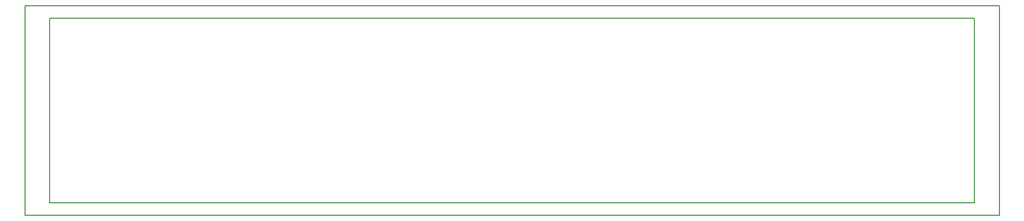
<source format=gbr>
%TF.GenerationSoftware,KiCad,Pcbnew,(5.0.2)-1*%
%TF.CreationDate,2019-04-29T20:46:59+02:00*%
%TF.ProjectId,TaggerMainboard,54616767-6572-44d6-9169-6e626f617264,rev?*%
%TF.SameCoordinates,Original*%
%TF.FileFunction,Legend,Bot*%
%TF.FilePolarity,Positive*%
%FSLAX46Y46*%
G04 Gerber Fmt 4.6, Leading zero omitted, Abs format (unit mm)*
G04 Created by KiCad (PCBNEW (5.0.2)-1) date 29.04.2019 20:46:59*
%MOMM*%
%LPD*%
G01*
G04 APERTURE LIST*
%ADD10C,0.150000*%
%ADD11C,0.200000*%
G04 APERTURE END LIST*
D10*
X30000000Y-52000000D02*
X32000000Y-52000000D01*
X30000000Y-18000000D02*
X30000000Y-52000000D01*
X32000000Y-18000000D02*
X30000000Y-18000000D01*
D11*
X188000000Y-52000000D02*
X186000000Y-52000000D01*
X188000000Y-18000000D02*
X188000000Y-52000000D01*
X186000000Y-18000000D02*
X188000000Y-18000000D01*
X184000000Y-20000000D02*
X34000000Y-20000000D01*
X184000000Y-50000000D02*
X184000000Y-20000000D01*
X34000000Y-50000000D02*
X184000000Y-50000000D01*
X34000000Y-20000000D02*
X34000000Y-50000000D01*
X186000000Y-52000000D02*
X32000000Y-52000000D01*
X32000000Y-18000000D02*
X186000000Y-18000000D01*
M02*

</source>
